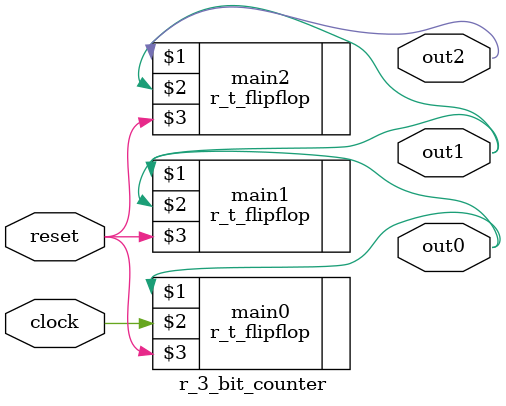
<source format=v>
module r_3_bit_counter(out0, out1, out2, clock, reset);
	input clock, reset;
	output out0, out1, out2;
	r_t_flipflop main0(out0, clock, reset);
	r_t_flipflop main1(out1, out0, reset);
	r_t_flipflop main2(out2, out1, reset);
endmodule

</source>
